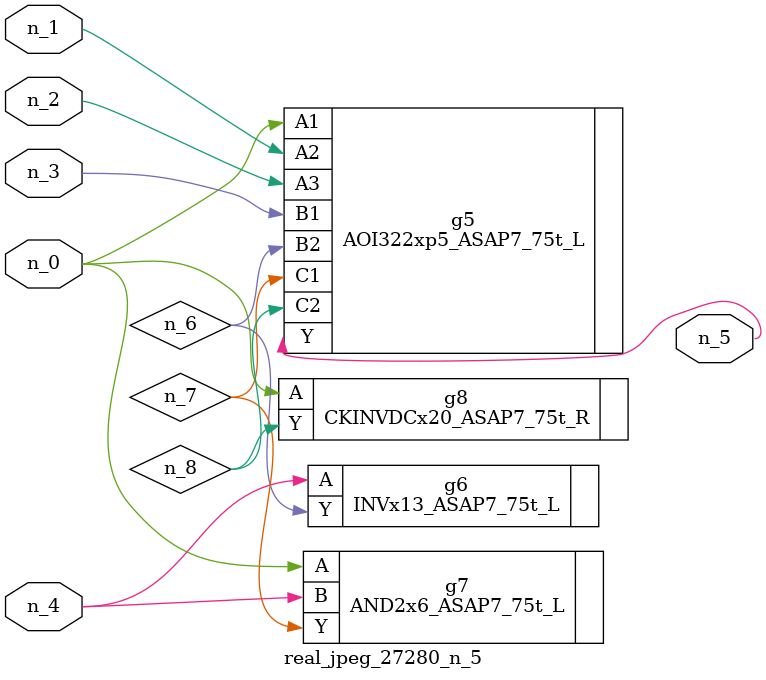
<source format=v>
module real_jpeg_27280_n_5 (n_4, n_0, n_1, n_2, n_3, n_5);

input n_4;
input n_0;
input n_1;
input n_2;
input n_3;

output n_5;

wire n_8;
wire n_6;
wire n_7;

AOI322xp5_ASAP7_75t_L g5 ( 
.A1(n_0),
.A2(n_1),
.A3(n_2),
.B1(n_3),
.B2(n_6),
.C1(n_7),
.C2(n_8),
.Y(n_5)
);

AND2x6_ASAP7_75t_L g7 ( 
.A(n_0),
.B(n_4),
.Y(n_7)
);

CKINVDCx20_ASAP7_75t_R g8 ( 
.A(n_0),
.Y(n_8)
);

INVx13_ASAP7_75t_L g6 ( 
.A(n_4),
.Y(n_6)
);


endmodule
</source>
